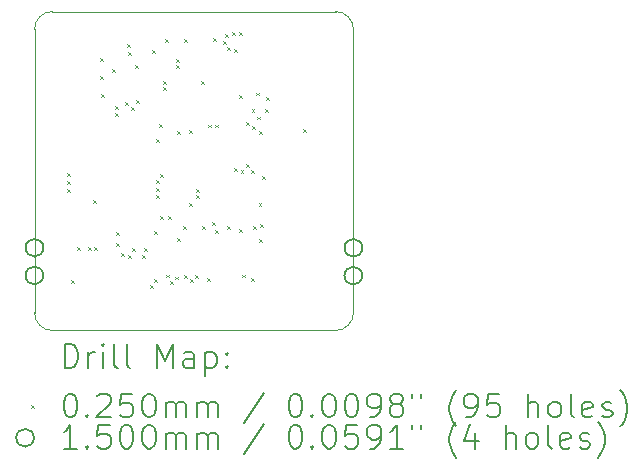
<source format=gbr>
%TF.GenerationSoftware,KiCad,Pcbnew,8.0.3*%
%TF.CreationDate,2024-10-06T18:51:10+08:00*%
%TF.ProjectId,Neko_Wireless_Transmission,4e656b6f-5f57-4697-9265-6c6573735f54,rev?*%
%TF.SameCoordinates,Original*%
%TF.FileFunction,Drillmap*%
%TF.FilePolarity,Positive*%
%FSLAX45Y45*%
G04 Gerber Fmt 4.5, Leading zero omitted, Abs format (unit mm)*
G04 Created by KiCad (PCBNEW 8.0.3) date 2024-10-06 18:51:10*
%MOMM*%
%LPD*%
G01*
G04 APERTURE LIST*
%ADD10C,0.050000*%
%ADD11C,0.100000*%
%ADD12C,0.200000*%
%ADD13C,0.150000*%
G04 APERTURE END LIST*
D10*
X2377066Y-6435066D02*
X2377066Y-8834934D01*
X4926934Y-6285066D02*
X2527066Y-6285066D01*
X5076934Y-8834934D02*
X5076934Y-6435066D01*
X2527066Y-8984934D02*
X4926934Y-8984934D01*
D11*
X5076934Y-8834934D02*
G75*
G02*
X4926934Y-8984934I-150000J0D01*
G01*
X2527066Y-8984934D02*
G75*
G02*
X2377066Y-8834934I0J150000D01*
G01*
X4926934Y-6285066D02*
G75*
G02*
X5076934Y-6435066I0J-150000D01*
G01*
X2377066Y-6435066D02*
G75*
G02*
X2527066Y-6285066I150000J0D01*
G01*
D12*
D11*
X2648500Y-7652500D02*
X2673500Y-7677500D01*
X2673500Y-7652500D02*
X2648500Y-7677500D01*
X2648500Y-7719500D02*
X2673500Y-7744500D01*
X2673500Y-7719500D02*
X2648500Y-7744500D01*
X2648500Y-7786500D02*
X2673500Y-7811500D01*
X2673500Y-7786500D02*
X2648500Y-7811500D01*
X2683500Y-8555500D02*
X2708500Y-8580500D01*
X2708500Y-8555500D02*
X2683500Y-8580500D01*
X2739500Y-8276500D02*
X2764500Y-8301500D01*
X2764500Y-8276500D02*
X2739500Y-8301500D01*
X2826500Y-8279500D02*
X2851500Y-8304500D01*
X2851500Y-8279500D02*
X2826500Y-8304500D01*
X2868500Y-7880500D02*
X2893500Y-7905500D01*
X2893500Y-7880500D02*
X2868500Y-7905500D01*
X2878500Y-8279500D02*
X2903500Y-8304500D01*
X2903500Y-8279500D02*
X2878500Y-8304500D01*
X2931000Y-6680500D02*
X2956000Y-6705500D01*
X2956000Y-6680500D02*
X2931000Y-6705500D01*
X2931500Y-6833500D02*
X2956500Y-6858500D01*
X2956500Y-6833500D02*
X2931500Y-6858500D01*
X2937500Y-6985500D02*
X2962500Y-7010500D01*
X2962500Y-6985500D02*
X2937500Y-7010500D01*
X3032500Y-6775500D02*
X3057500Y-6800500D01*
X3057500Y-6775500D02*
X3032500Y-6800500D01*
X3062500Y-7084500D02*
X3087500Y-7109500D01*
X3087500Y-7084500D02*
X3062500Y-7109500D01*
X3062500Y-7143500D02*
X3087500Y-7168500D01*
X3087500Y-7143500D02*
X3062500Y-7168500D01*
X3063500Y-8148500D02*
X3088500Y-8173500D01*
X3088500Y-8148500D02*
X3063500Y-8173500D01*
X3070500Y-8243500D02*
X3095500Y-8268500D01*
X3095500Y-8243500D02*
X3070500Y-8268500D01*
X3112500Y-8331500D02*
X3137500Y-8356500D01*
X3137500Y-8331500D02*
X3112500Y-8356500D01*
X3144500Y-7048500D02*
X3169500Y-7073500D01*
X3169500Y-7048500D02*
X3144500Y-7073500D01*
X3163500Y-6560500D02*
X3188500Y-6585500D01*
X3188500Y-6560500D02*
X3163500Y-6585500D01*
X3165500Y-6630500D02*
X3190500Y-6655500D01*
X3190500Y-6630500D02*
X3165500Y-6655500D01*
X3172500Y-8343500D02*
X3197500Y-8368500D01*
X3197500Y-8343500D02*
X3172500Y-8368500D01*
X3190500Y-7091500D02*
X3215500Y-7116500D01*
X3215500Y-7091500D02*
X3190500Y-7116500D01*
X3205500Y-8283500D02*
X3230500Y-8308500D01*
X3230500Y-8283500D02*
X3205500Y-8308500D01*
X3231500Y-6735500D02*
X3256500Y-6760500D01*
X3256500Y-6735500D02*
X3231500Y-6760500D01*
X3234500Y-7030500D02*
X3259500Y-7055500D01*
X3259500Y-7030500D02*
X3234500Y-7055500D01*
X3288500Y-8343500D02*
X3313500Y-8368500D01*
X3313500Y-8343500D02*
X3288500Y-8368500D01*
X3301842Y-8285002D02*
X3326842Y-8310002D01*
X3326842Y-8285002D02*
X3301842Y-8310002D01*
X3358128Y-8604245D02*
X3383128Y-8629245D01*
X3383128Y-8604245D02*
X3358128Y-8629245D01*
X3370500Y-6611500D02*
X3395500Y-6636500D01*
X3395500Y-6611500D02*
X3370500Y-6636500D01*
X3386500Y-8144500D02*
X3411500Y-8169500D01*
X3411500Y-8144500D02*
X3386500Y-8169500D01*
X3388500Y-8552500D02*
X3413500Y-8577500D01*
X3413500Y-8552500D02*
X3388500Y-8577500D01*
X3402500Y-7780500D02*
X3427500Y-7805500D01*
X3427500Y-7780500D02*
X3402500Y-7805500D01*
X3403500Y-7841500D02*
X3428500Y-7866500D01*
X3428500Y-7841500D02*
X3403500Y-7866500D01*
X3406500Y-7363500D02*
X3431500Y-7388500D01*
X3431500Y-7363500D02*
X3406500Y-7388500D01*
X3409500Y-7709500D02*
X3434500Y-7734500D01*
X3434500Y-7709500D02*
X3409500Y-7734500D01*
X3428500Y-7240500D02*
X3453500Y-7265500D01*
X3453500Y-7240500D02*
X3428500Y-7265500D01*
X3438009Y-7656705D02*
X3463009Y-7681705D01*
X3463009Y-7656705D02*
X3438009Y-7681705D01*
X3441500Y-8014500D02*
X3466500Y-8039500D01*
X3466500Y-8014500D02*
X3441500Y-8039500D01*
X3466500Y-6875500D02*
X3491500Y-6900500D01*
X3491500Y-6875500D02*
X3466500Y-6900500D01*
X3466500Y-6925500D02*
X3491500Y-6950500D01*
X3491500Y-6925500D02*
X3466500Y-6950500D01*
X3482500Y-6520500D02*
X3507500Y-6545500D01*
X3507500Y-6520500D02*
X3482500Y-6545500D01*
X3491500Y-8511500D02*
X3516500Y-8536500D01*
X3516500Y-8511500D02*
X3491500Y-8536500D01*
X3504500Y-8015500D02*
X3529500Y-8040500D01*
X3529500Y-8015500D02*
X3504500Y-8040500D01*
X3521500Y-8563500D02*
X3546500Y-8588500D01*
X3546500Y-8563500D02*
X3521500Y-8588500D01*
X3563500Y-8528500D02*
X3588500Y-8553500D01*
X3588500Y-8528500D02*
X3563500Y-8553500D01*
X3572500Y-6684500D02*
X3597500Y-6709500D01*
X3597500Y-6684500D02*
X3572500Y-6709500D01*
X3573500Y-6735500D02*
X3598500Y-6760500D01*
X3598500Y-6735500D02*
X3573500Y-6760500D01*
X3580500Y-8205500D02*
X3605500Y-8230500D01*
X3605500Y-8205500D02*
X3580500Y-8230500D01*
X3584500Y-7294500D02*
X3609500Y-7319500D01*
X3609500Y-7294500D02*
X3584500Y-7319500D01*
X3634500Y-8101500D02*
X3659500Y-8126500D01*
X3659500Y-8101500D02*
X3634500Y-8126500D01*
X3640500Y-8513500D02*
X3665500Y-8538500D01*
X3665500Y-8513500D02*
X3640500Y-8538500D01*
X3642500Y-6520500D02*
X3667500Y-6545500D01*
X3667500Y-6520500D02*
X3642500Y-6545500D01*
X3681500Y-7287500D02*
X3706500Y-7312500D01*
X3706500Y-7287500D02*
X3681500Y-7312500D01*
X3685500Y-7908500D02*
X3710500Y-7933500D01*
X3710500Y-7908500D02*
X3685500Y-7933500D01*
X3689657Y-8547903D02*
X3714657Y-8572903D01*
X3714657Y-8547903D02*
X3689657Y-8572903D01*
X3739500Y-8514500D02*
X3764500Y-8539500D01*
X3764500Y-8514500D02*
X3739500Y-8539500D01*
X3741500Y-7841500D02*
X3766500Y-7866500D01*
X3766500Y-7841500D02*
X3741500Y-7866500D01*
X3744500Y-7789500D02*
X3769500Y-7814500D01*
X3769500Y-7789500D02*
X3744500Y-7814500D01*
X3783500Y-6869500D02*
X3808500Y-6894500D01*
X3808500Y-6869500D02*
X3783500Y-6894500D01*
X3792500Y-8103500D02*
X3817500Y-8128500D01*
X3817500Y-8103500D02*
X3792500Y-8128500D01*
X3839500Y-8539500D02*
X3864500Y-8564500D01*
X3864500Y-8539500D02*
X3839500Y-8564500D01*
X3842500Y-7241500D02*
X3867500Y-7266500D01*
X3867500Y-7241500D02*
X3842500Y-7266500D01*
X3882500Y-8069500D02*
X3907500Y-8094500D01*
X3907500Y-8069500D02*
X3882500Y-8094500D01*
X3888500Y-6505500D02*
X3913500Y-6530500D01*
X3913500Y-6505500D02*
X3888500Y-6530500D01*
X3902500Y-7241500D02*
X3927500Y-7266500D01*
X3927500Y-7241500D02*
X3902500Y-7266500D01*
X3903500Y-8132500D02*
X3928500Y-8157500D01*
X3928500Y-8132500D02*
X3903500Y-8157500D01*
X3975512Y-6531920D02*
X4000512Y-6556920D01*
X4000512Y-6531920D02*
X3975512Y-6556920D01*
X3989154Y-6473492D02*
X4014154Y-6498492D01*
X4014154Y-6473492D02*
X3989154Y-6498492D01*
X4005067Y-6584137D02*
X4030067Y-6609137D01*
X4030067Y-6584137D02*
X4005067Y-6609137D01*
X4008500Y-8103500D02*
X4033500Y-8128500D01*
X4033500Y-8103500D02*
X4008500Y-8128500D01*
X4047500Y-6459500D02*
X4072500Y-6484500D01*
X4072500Y-6459500D02*
X4047500Y-6484500D01*
X4062500Y-6601500D02*
X4087500Y-6626500D01*
X4087500Y-6601500D02*
X4062500Y-6626500D01*
X4062500Y-7610500D02*
X4087500Y-7635500D01*
X4087500Y-7610500D02*
X4062500Y-7635500D01*
X4107500Y-6454500D02*
X4132500Y-6479500D01*
X4132500Y-6454500D02*
X4107500Y-6479500D01*
X4109500Y-8127500D02*
X4134500Y-8152500D01*
X4134500Y-8127500D02*
X4109500Y-8152500D01*
X4111000Y-6988000D02*
X4136000Y-7013000D01*
X4136000Y-6988000D02*
X4111000Y-7013000D01*
X4121168Y-7623072D02*
X4146168Y-7648072D01*
X4146168Y-7623072D02*
X4121168Y-7648072D01*
X4137500Y-8511500D02*
X4162500Y-8536500D01*
X4162500Y-8511500D02*
X4137500Y-8536500D01*
X4165500Y-7572500D02*
X4190500Y-7597500D01*
X4190500Y-7572500D02*
X4165500Y-7597500D01*
X4169500Y-7218500D02*
X4194500Y-7243500D01*
X4194500Y-7218500D02*
X4169500Y-7243500D01*
X4209500Y-8538500D02*
X4234500Y-8563500D01*
X4234500Y-8538500D02*
X4209500Y-8563500D01*
X4211500Y-7625500D02*
X4236500Y-7650500D01*
X4236500Y-7625500D02*
X4211500Y-7650500D01*
X4214500Y-7109500D02*
X4239500Y-7134500D01*
X4239500Y-7109500D02*
X4214500Y-7134500D01*
X4219500Y-7253500D02*
X4244500Y-7278500D01*
X4244500Y-7253500D02*
X4219500Y-7278500D01*
X4229500Y-8101500D02*
X4254500Y-8126500D01*
X4254500Y-8101500D02*
X4229500Y-8126500D01*
X4248500Y-6970500D02*
X4273500Y-6995500D01*
X4273500Y-6970500D02*
X4248500Y-6995500D01*
X4264500Y-7173500D02*
X4289500Y-7198500D01*
X4289500Y-7173500D02*
X4264500Y-7198500D01*
X4273500Y-7905500D02*
X4298500Y-7930500D01*
X4298500Y-7905500D02*
X4273500Y-7930500D01*
X4274500Y-7298500D02*
X4299500Y-7323500D01*
X4299500Y-7298500D02*
X4274500Y-7323500D01*
X4274500Y-8208500D02*
X4299500Y-8233500D01*
X4299500Y-8208500D02*
X4274500Y-8233500D01*
X4288500Y-8080500D02*
X4313500Y-8105500D01*
X4313500Y-8080500D02*
X4288500Y-8105500D01*
X4299500Y-7675500D02*
X4324500Y-7700500D01*
X4324500Y-7675500D02*
X4299500Y-7700500D01*
X4330500Y-7106500D02*
X4355500Y-7131500D01*
X4355500Y-7106500D02*
X4330500Y-7131500D01*
X4334500Y-7009500D02*
X4359500Y-7034500D01*
X4359500Y-7009500D02*
X4334500Y-7034500D01*
X4646500Y-7283500D02*
X4671500Y-7308500D01*
X4671500Y-7283500D02*
X4646500Y-7308500D01*
D13*
X2451000Y-8519000D02*
G75*
G02*
X2301000Y-8519000I-75000J0D01*
G01*
X2301000Y-8519000D02*
G75*
G02*
X2451000Y-8519000I75000J0D01*
G01*
X2452000Y-8284000D02*
G75*
G02*
X2302000Y-8284000I-75000J0D01*
G01*
X2302000Y-8284000D02*
G75*
G02*
X2452000Y-8284000I75000J0D01*
G01*
X5151000Y-8521000D02*
G75*
G02*
X5001000Y-8521000I-75000J0D01*
G01*
X5001000Y-8521000D02*
G75*
G02*
X5151000Y-8521000I75000J0D01*
G01*
X5152000Y-8286000D02*
G75*
G02*
X5002000Y-8286000I-75000J0D01*
G01*
X5002000Y-8286000D02*
G75*
G02*
X5152000Y-8286000I75000J0D01*
G01*
D12*
X2632843Y-9301418D02*
X2632843Y-9101418D01*
X2632843Y-9101418D02*
X2680462Y-9101418D01*
X2680462Y-9101418D02*
X2709033Y-9110942D01*
X2709033Y-9110942D02*
X2728081Y-9129989D01*
X2728081Y-9129989D02*
X2737605Y-9149037D01*
X2737605Y-9149037D02*
X2747129Y-9187132D01*
X2747129Y-9187132D02*
X2747129Y-9215704D01*
X2747129Y-9215704D02*
X2737605Y-9253799D01*
X2737605Y-9253799D02*
X2728081Y-9272846D01*
X2728081Y-9272846D02*
X2709033Y-9291894D01*
X2709033Y-9291894D02*
X2680462Y-9301418D01*
X2680462Y-9301418D02*
X2632843Y-9301418D01*
X2832843Y-9301418D02*
X2832843Y-9168084D01*
X2832843Y-9206180D02*
X2842367Y-9187132D01*
X2842367Y-9187132D02*
X2851890Y-9177608D01*
X2851890Y-9177608D02*
X2870938Y-9168084D01*
X2870938Y-9168084D02*
X2889986Y-9168084D01*
X2956652Y-9301418D02*
X2956652Y-9168084D01*
X2956652Y-9101418D02*
X2947128Y-9110942D01*
X2947128Y-9110942D02*
X2956652Y-9120465D01*
X2956652Y-9120465D02*
X2966176Y-9110942D01*
X2966176Y-9110942D02*
X2956652Y-9101418D01*
X2956652Y-9101418D02*
X2956652Y-9120465D01*
X3080462Y-9301418D02*
X3061414Y-9291894D01*
X3061414Y-9291894D02*
X3051890Y-9272846D01*
X3051890Y-9272846D02*
X3051890Y-9101418D01*
X3185224Y-9301418D02*
X3166176Y-9291894D01*
X3166176Y-9291894D02*
X3156652Y-9272846D01*
X3156652Y-9272846D02*
X3156652Y-9101418D01*
X3413795Y-9301418D02*
X3413795Y-9101418D01*
X3413795Y-9101418D02*
X3480462Y-9244275D01*
X3480462Y-9244275D02*
X3547128Y-9101418D01*
X3547128Y-9101418D02*
X3547128Y-9301418D01*
X3728081Y-9301418D02*
X3728081Y-9196656D01*
X3728081Y-9196656D02*
X3718557Y-9177608D01*
X3718557Y-9177608D02*
X3699509Y-9168084D01*
X3699509Y-9168084D02*
X3661414Y-9168084D01*
X3661414Y-9168084D02*
X3642367Y-9177608D01*
X3728081Y-9291894D02*
X3709033Y-9301418D01*
X3709033Y-9301418D02*
X3661414Y-9301418D01*
X3661414Y-9301418D02*
X3642367Y-9291894D01*
X3642367Y-9291894D02*
X3632843Y-9272846D01*
X3632843Y-9272846D02*
X3632843Y-9253799D01*
X3632843Y-9253799D02*
X3642367Y-9234751D01*
X3642367Y-9234751D02*
X3661414Y-9225227D01*
X3661414Y-9225227D02*
X3709033Y-9225227D01*
X3709033Y-9225227D02*
X3728081Y-9215704D01*
X3823319Y-9168084D02*
X3823319Y-9368084D01*
X3823319Y-9177608D02*
X3842367Y-9168084D01*
X3842367Y-9168084D02*
X3880462Y-9168084D01*
X3880462Y-9168084D02*
X3899509Y-9177608D01*
X3899509Y-9177608D02*
X3909033Y-9187132D01*
X3909033Y-9187132D02*
X3918557Y-9206180D01*
X3918557Y-9206180D02*
X3918557Y-9263323D01*
X3918557Y-9263323D02*
X3909033Y-9282370D01*
X3909033Y-9282370D02*
X3899509Y-9291894D01*
X3899509Y-9291894D02*
X3880462Y-9301418D01*
X3880462Y-9301418D02*
X3842367Y-9301418D01*
X3842367Y-9301418D02*
X3823319Y-9291894D01*
X4004271Y-9282370D02*
X4013795Y-9291894D01*
X4013795Y-9291894D02*
X4004271Y-9301418D01*
X4004271Y-9301418D02*
X3994748Y-9291894D01*
X3994748Y-9291894D02*
X4004271Y-9282370D01*
X4004271Y-9282370D02*
X4004271Y-9301418D01*
X4004271Y-9177608D02*
X4013795Y-9187132D01*
X4013795Y-9187132D02*
X4004271Y-9196656D01*
X4004271Y-9196656D02*
X3994748Y-9187132D01*
X3994748Y-9187132D02*
X4004271Y-9177608D01*
X4004271Y-9177608D02*
X4004271Y-9196656D01*
D11*
X2347066Y-9617434D02*
X2372066Y-9642434D01*
X2372066Y-9617434D02*
X2347066Y-9642434D01*
D12*
X2670938Y-9521418D02*
X2689986Y-9521418D01*
X2689986Y-9521418D02*
X2709033Y-9530942D01*
X2709033Y-9530942D02*
X2718557Y-9540465D01*
X2718557Y-9540465D02*
X2728081Y-9559513D01*
X2728081Y-9559513D02*
X2737605Y-9597608D01*
X2737605Y-9597608D02*
X2737605Y-9645227D01*
X2737605Y-9645227D02*
X2728081Y-9683323D01*
X2728081Y-9683323D02*
X2718557Y-9702370D01*
X2718557Y-9702370D02*
X2709033Y-9711894D01*
X2709033Y-9711894D02*
X2689986Y-9721418D01*
X2689986Y-9721418D02*
X2670938Y-9721418D01*
X2670938Y-9721418D02*
X2651890Y-9711894D01*
X2651890Y-9711894D02*
X2642367Y-9702370D01*
X2642367Y-9702370D02*
X2632843Y-9683323D01*
X2632843Y-9683323D02*
X2623319Y-9645227D01*
X2623319Y-9645227D02*
X2623319Y-9597608D01*
X2623319Y-9597608D02*
X2632843Y-9559513D01*
X2632843Y-9559513D02*
X2642367Y-9540465D01*
X2642367Y-9540465D02*
X2651890Y-9530942D01*
X2651890Y-9530942D02*
X2670938Y-9521418D01*
X2823319Y-9702370D02*
X2832843Y-9711894D01*
X2832843Y-9711894D02*
X2823319Y-9721418D01*
X2823319Y-9721418D02*
X2813795Y-9711894D01*
X2813795Y-9711894D02*
X2823319Y-9702370D01*
X2823319Y-9702370D02*
X2823319Y-9721418D01*
X2909033Y-9540465D02*
X2918557Y-9530942D01*
X2918557Y-9530942D02*
X2937605Y-9521418D01*
X2937605Y-9521418D02*
X2985224Y-9521418D01*
X2985224Y-9521418D02*
X3004271Y-9530942D01*
X3004271Y-9530942D02*
X3013795Y-9540465D01*
X3013795Y-9540465D02*
X3023319Y-9559513D01*
X3023319Y-9559513D02*
X3023319Y-9578561D01*
X3023319Y-9578561D02*
X3013795Y-9607132D01*
X3013795Y-9607132D02*
X2899509Y-9721418D01*
X2899509Y-9721418D02*
X3023319Y-9721418D01*
X3204271Y-9521418D02*
X3109033Y-9521418D01*
X3109033Y-9521418D02*
X3099509Y-9616656D01*
X3099509Y-9616656D02*
X3109033Y-9607132D01*
X3109033Y-9607132D02*
X3128081Y-9597608D01*
X3128081Y-9597608D02*
X3175700Y-9597608D01*
X3175700Y-9597608D02*
X3194748Y-9607132D01*
X3194748Y-9607132D02*
X3204271Y-9616656D01*
X3204271Y-9616656D02*
X3213795Y-9635704D01*
X3213795Y-9635704D02*
X3213795Y-9683323D01*
X3213795Y-9683323D02*
X3204271Y-9702370D01*
X3204271Y-9702370D02*
X3194748Y-9711894D01*
X3194748Y-9711894D02*
X3175700Y-9721418D01*
X3175700Y-9721418D02*
X3128081Y-9721418D01*
X3128081Y-9721418D02*
X3109033Y-9711894D01*
X3109033Y-9711894D02*
X3099509Y-9702370D01*
X3337605Y-9521418D02*
X3356652Y-9521418D01*
X3356652Y-9521418D02*
X3375700Y-9530942D01*
X3375700Y-9530942D02*
X3385224Y-9540465D01*
X3385224Y-9540465D02*
X3394748Y-9559513D01*
X3394748Y-9559513D02*
X3404271Y-9597608D01*
X3404271Y-9597608D02*
X3404271Y-9645227D01*
X3404271Y-9645227D02*
X3394748Y-9683323D01*
X3394748Y-9683323D02*
X3385224Y-9702370D01*
X3385224Y-9702370D02*
X3375700Y-9711894D01*
X3375700Y-9711894D02*
X3356652Y-9721418D01*
X3356652Y-9721418D02*
X3337605Y-9721418D01*
X3337605Y-9721418D02*
X3318557Y-9711894D01*
X3318557Y-9711894D02*
X3309033Y-9702370D01*
X3309033Y-9702370D02*
X3299509Y-9683323D01*
X3299509Y-9683323D02*
X3289986Y-9645227D01*
X3289986Y-9645227D02*
X3289986Y-9597608D01*
X3289986Y-9597608D02*
X3299509Y-9559513D01*
X3299509Y-9559513D02*
X3309033Y-9540465D01*
X3309033Y-9540465D02*
X3318557Y-9530942D01*
X3318557Y-9530942D02*
X3337605Y-9521418D01*
X3489986Y-9721418D02*
X3489986Y-9588084D01*
X3489986Y-9607132D02*
X3499509Y-9597608D01*
X3499509Y-9597608D02*
X3518557Y-9588084D01*
X3518557Y-9588084D02*
X3547129Y-9588084D01*
X3547129Y-9588084D02*
X3566176Y-9597608D01*
X3566176Y-9597608D02*
X3575700Y-9616656D01*
X3575700Y-9616656D02*
X3575700Y-9721418D01*
X3575700Y-9616656D02*
X3585224Y-9597608D01*
X3585224Y-9597608D02*
X3604271Y-9588084D01*
X3604271Y-9588084D02*
X3632843Y-9588084D01*
X3632843Y-9588084D02*
X3651890Y-9597608D01*
X3651890Y-9597608D02*
X3661414Y-9616656D01*
X3661414Y-9616656D02*
X3661414Y-9721418D01*
X3756652Y-9721418D02*
X3756652Y-9588084D01*
X3756652Y-9607132D02*
X3766176Y-9597608D01*
X3766176Y-9597608D02*
X3785224Y-9588084D01*
X3785224Y-9588084D02*
X3813795Y-9588084D01*
X3813795Y-9588084D02*
X3832843Y-9597608D01*
X3832843Y-9597608D02*
X3842367Y-9616656D01*
X3842367Y-9616656D02*
X3842367Y-9721418D01*
X3842367Y-9616656D02*
X3851890Y-9597608D01*
X3851890Y-9597608D02*
X3870938Y-9588084D01*
X3870938Y-9588084D02*
X3899509Y-9588084D01*
X3899509Y-9588084D02*
X3918557Y-9597608D01*
X3918557Y-9597608D02*
X3928081Y-9616656D01*
X3928081Y-9616656D02*
X3928081Y-9721418D01*
X4318557Y-9511894D02*
X4147129Y-9769037D01*
X4575700Y-9521418D02*
X4594748Y-9521418D01*
X4594748Y-9521418D02*
X4613795Y-9530942D01*
X4613795Y-9530942D02*
X4623319Y-9540465D01*
X4623319Y-9540465D02*
X4632843Y-9559513D01*
X4632843Y-9559513D02*
X4642367Y-9597608D01*
X4642367Y-9597608D02*
X4642367Y-9645227D01*
X4642367Y-9645227D02*
X4632843Y-9683323D01*
X4632843Y-9683323D02*
X4623319Y-9702370D01*
X4623319Y-9702370D02*
X4613795Y-9711894D01*
X4613795Y-9711894D02*
X4594748Y-9721418D01*
X4594748Y-9721418D02*
X4575700Y-9721418D01*
X4575700Y-9721418D02*
X4556653Y-9711894D01*
X4556653Y-9711894D02*
X4547129Y-9702370D01*
X4547129Y-9702370D02*
X4537605Y-9683323D01*
X4537605Y-9683323D02*
X4528081Y-9645227D01*
X4528081Y-9645227D02*
X4528081Y-9597608D01*
X4528081Y-9597608D02*
X4537605Y-9559513D01*
X4537605Y-9559513D02*
X4547129Y-9540465D01*
X4547129Y-9540465D02*
X4556653Y-9530942D01*
X4556653Y-9530942D02*
X4575700Y-9521418D01*
X4728081Y-9702370D02*
X4737605Y-9711894D01*
X4737605Y-9711894D02*
X4728081Y-9721418D01*
X4728081Y-9721418D02*
X4718557Y-9711894D01*
X4718557Y-9711894D02*
X4728081Y-9702370D01*
X4728081Y-9702370D02*
X4728081Y-9721418D01*
X4861414Y-9521418D02*
X4880462Y-9521418D01*
X4880462Y-9521418D02*
X4899510Y-9530942D01*
X4899510Y-9530942D02*
X4909034Y-9540465D01*
X4909034Y-9540465D02*
X4918557Y-9559513D01*
X4918557Y-9559513D02*
X4928081Y-9597608D01*
X4928081Y-9597608D02*
X4928081Y-9645227D01*
X4928081Y-9645227D02*
X4918557Y-9683323D01*
X4918557Y-9683323D02*
X4909034Y-9702370D01*
X4909034Y-9702370D02*
X4899510Y-9711894D01*
X4899510Y-9711894D02*
X4880462Y-9721418D01*
X4880462Y-9721418D02*
X4861414Y-9721418D01*
X4861414Y-9721418D02*
X4842367Y-9711894D01*
X4842367Y-9711894D02*
X4832843Y-9702370D01*
X4832843Y-9702370D02*
X4823319Y-9683323D01*
X4823319Y-9683323D02*
X4813795Y-9645227D01*
X4813795Y-9645227D02*
X4813795Y-9597608D01*
X4813795Y-9597608D02*
X4823319Y-9559513D01*
X4823319Y-9559513D02*
X4832843Y-9540465D01*
X4832843Y-9540465D02*
X4842367Y-9530942D01*
X4842367Y-9530942D02*
X4861414Y-9521418D01*
X5051891Y-9521418D02*
X5070938Y-9521418D01*
X5070938Y-9521418D02*
X5089986Y-9530942D01*
X5089986Y-9530942D02*
X5099510Y-9540465D01*
X5099510Y-9540465D02*
X5109034Y-9559513D01*
X5109034Y-9559513D02*
X5118557Y-9597608D01*
X5118557Y-9597608D02*
X5118557Y-9645227D01*
X5118557Y-9645227D02*
X5109034Y-9683323D01*
X5109034Y-9683323D02*
X5099510Y-9702370D01*
X5099510Y-9702370D02*
X5089986Y-9711894D01*
X5089986Y-9711894D02*
X5070938Y-9721418D01*
X5070938Y-9721418D02*
X5051891Y-9721418D01*
X5051891Y-9721418D02*
X5032843Y-9711894D01*
X5032843Y-9711894D02*
X5023319Y-9702370D01*
X5023319Y-9702370D02*
X5013795Y-9683323D01*
X5013795Y-9683323D02*
X5004272Y-9645227D01*
X5004272Y-9645227D02*
X5004272Y-9597608D01*
X5004272Y-9597608D02*
X5013795Y-9559513D01*
X5013795Y-9559513D02*
X5023319Y-9540465D01*
X5023319Y-9540465D02*
X5032843Y-9530942D01*
X5032843Y-9530942D02*
X5051891Y-9521418D01*
X5213795Y-9721418D02*
X5251891Y-9721418D01*
X5251891Y-9721418D02*
X5270938Y-9711894D01*
X5270938Y-9711894D02*
X5280462Y-9702370D01*
X5280462Y-9702370D02*
X5299510Y-9673799D01*
X5299510Y-9673799D02*
X5309034Y-9635704D01*
X5309034Y-9635704D02*
X5309034Y-9559513D01*
X5309034Y-9559513D02*
X5299510Y-9540465D01*
X5299510Y-9540465D02*
X5289986Y-9530942D01*
X5289986Y-9530942D02*
X5270938Y-9521418D01*
X5270938Y-9521418D02*
X5232843Y-9521418D01*
X5232843Y-9521418D02*
X5213795Y-9530942D01*
X5213795Y-9530942D02*
X5204272Y-9540465D01*
X5204272Y-9540465D02*
X5194748Y-9559513D01*
X5194748Y-9559513D02*
X5194748Y-9607132D01*
X5194748Y-9607132D02*
X5204272Y-9626180D01*
X5204272Y-9626180D02*
X5213795Y-9635704D01*
X5213795Y-9635704D02*
X5232843Y-9645227D01*
X5232843Y-9645227D02*
X5270938Y-9645227D01*
X5270938Y-9645227D02*
X5289986Y-9635704D01*
X5289986Y-9635704D02*
X5299510Y-9626180D01*
X5299510Y-9626180D02*
X5309034Y-9607132D01*
X5423319Y-9607132D02*
X5404272Y-9597608D01*
X5404272Y-9597608D02*
X5394748Y-9588084D01*
X5394748Y-9588084D02*
X5385224Y-9569037D01*
X5385224Y-9569037D02*
X5385224Y-9559513D01*
X5385224Y-9559513D02*
X5394748Y-9540465D01*
X5394748Y-9540465D02*
X5404272Y-9530942D01*
X5404272Y-9530942D02*
X5423319Y-9521418D01*
X5423319Y-9521418D02*
X5461415Y-9521418D01*
X5461415Y-9521418D02*
X5480462Y-9530942D01*
X5480462Y-9530942D02*
X5489986Y-9540465D01*
X5489986Y-9540465D02*
X5499510Y-9559513D01*
X5499510Y-9559513D02*
X5499510Y-9569037D01*
X5499510Y-9569037D02*
X5489986Y-9588084D01*
X5489986Y-9588084D02*
X5480462Y-9597608D01*
X5480462Y-9597608D02*
X5461415Y-9607132D01*
X5461415Y-9607132D02*
X5423319Y-9607132D01*
X5423319Y-9607132D02*
X5404272Y-9616656D01*
X5404272Y-9616656D02*
X5394748Y-9626180D01*
X5394748Y-9626180D02*
X5385224Y-9645227D01*
X5385224Y-9645227D02*
X5385224Y-9683323D01*
X5385224Y-9683323D02*
X5394748Y-9702370D01*
X5394748Y-9702370D02*
X5404272Y-9711894D01*
X5404272Y-9711894D02*
X5423319Y-9721418D01*
X5423319Y-9721418D02*
X5461415Y-9721418D01*
X5461415Y-9721418D02*
X5480462Y-9711894D01*
X5480462Y-9711894D02*
X5489986Y-9702370D01*
X5489986Y-9702370D02*
X5499510Y-9683323D01*
X5499510Y-9683323D02*
X5499510Y-9645227D01*
X5499510Y-9645227D02*
X5489986Y-9626180D01*
X5489986Y-9626180D02*
X5480462Y-9616656D01*
X5480462Y-9616656D02*
X5461415Y-9607132D01*
X5575700Y-9521418D02*
X5575700Y-9559513D01*
X5651891Y-9521418D02*
X5651891Y-9559513D01*
X5947129Y-9797608D02*
X5937605Y-9788084D01*
X5937605Y-9788084D02*
X5918557Y-9759513D01*
X5918557Y-9759513D02*
X5909034Y-9740465D01*
X5909034Y-9740465D02*
X5899510Y-9711894D01*
X5899510Y-9711894D02*
X5889986Y-9664275D01*
X5889986Y-9664275D02*
X5889986Y-9626180D01*
X5889986Y-9626180D02*
X5899510Y-9578561D01*
X5899510Y-9578561D02*
X5909034Y-9549989D01*
X5909034Y-9549989D02*
X5918557Y-9530942D01*
X5918557Y-9530942D02*
X5937605Y-9502370D01*
X5937605Y-9502370D02*
X5947129Y-9492846D01*
X6032843Y-9721418D02*
X6070938Y-9721418D01*
X6070938Y-9721418D02*
X6089986Y-9711894D01*
X6089986Y-9711894D02*
X6099510Y-9702370D01*
X6099510Y-9702370D02*
X6118557Y-9673799D01*
X6118557Y-9673799D02*
X6128081Y-9635704D01*
X6128081Y-9635704D02*
X6128081Y-9559513D01*
X6128081Y-9559513D02*
X6118557Y-9540465D01*
X6118557Y-9540465D02*
X6109034Y-9530942D01*
X6109034Y-9530942D02*
X6089986Y-9521418D01*
X6089986Y-9521418D02*
X6051891Y-9521418D01*
X6051891Y-9521418D02*
X6032843Y-9530942D01*
X6032843Y-9530942D02*
X6023319Y-9540465D01*
X6023319Y-9540465D02*
X6013795Y-9559513D01*
X6013795Y-9559513D02*
X6013795Y-9607132D01*
X6013795Y-9607132D02*
X6023319Y-9626180D01*
X6023319Y-9626180D02*
X6032843Y-9635704D01*
X6032843Y-9635704D02*
X6051891Y-9645227D01*
X6051891Y-9645227D02*
X6089986Y-9645227D01*
X6089986Y-9645227D02*
X6109034Y-9635704D01*
X6109034Y-9635704D02*
X6118557Y-9626180D01*
X6118557Y-9626180D02*
X6128081Y-9607132D01*
X6309034Y-9521418D02*
X6213795Y-9521418D01*
X6213795Y-9521418D02*
X6204272Y-9616656D01*
X6204272Y-9616656D02*
X6213795Y-9607132D01*
X6213795Y-9607132D02*
X6232843Y-9597608D01*
X6232843Y-9597608D02*
X6280462Y-9597608D01*
X6280462Y-9597608D02*
X6299510Y-9607132D01*
X6299510Y-9607132D02*
X6309034Y-9616656D01*
X6309034Y-9616656D02*
X6318557Y-9635704D01*
X6318557Y-9635704D02*
X6318557Y-9683323D01*
X6318557Y-9683323D02*
X6309034Y-9702370D01*
X6309034Y-9702370D02*
X6299510Y-9711894D01*
X6299510Y-9711894D02*
X6280462Y-9721418D01*
X6280462Y-9721418D02*
X6232843Y-9721418D01*
X6232843Y-9721418D02*
X6213795Y-9711894D01*
X6213795Y-9711894D02*
X6204272Y-9702370D01*
X6556653Y-9721418D02*
X6556653Y-9521418D01*
X6642367Y-9721418D02*
X6642367Y-9616656D01*
X6642367Y-9616656D02*
X6632843Y-9597608D01*
X6632843Y-9597608D02*
X6613796Y-9588084D01*
X6613796Y-9588084D02*
X6585224Y-9588084D01*
X6585224Y-9588084D02*
X6566176Y-9597608D01*
X6566176Y-9597608D02*
X6556653Y-9607132D01*
X6766176Y-9721418D02*
X6747129Y-9711894D01*
X6747129Y-9711894D02*
X6737605Y-9702370D01*
X6737605Y-9702370D02*
X6728081Y-9683323D01*
X6728081Y-9683323D02*
X6728081Y-9626180D01*
X6728081Y-9626180D02*
X6737605Y-9607132D01*
X6737605Y-9607132D02*
X6747129Y-9597608D01*
X6747129Y-9597608D02*
X6766176Y-9588084D01*
X6766176Y-9588084D02*
X6794748Y-9588084D01*
X6794748Y-9588084D02*
X6813796Y-9597608D01*
X6813796Y-9597608D02*
X6823319Y-9607132D01*
X6823319Y-9607132D02*
X6832843Y-9626180D01*
X6832843Y-9626180D02*
X6832843Y-9683323D01*
X6832843Y-9683323D02*
X6823319Y-9702370D01*
X6823319Y-9702370D02*
X6813796Y-9711894D01*
X6813796Y-9711894D02*
X6794748Y-9721418D01*
X6794748Y-9721418D02*
X6766176Y-9721418D01*
X6947129Y-9721418D02*
X6928081Y-9711894D01*
X6928081Y-9711894D02*
X6918557Y-9692846D01*
X6918557Y-9692846D02*
X6918557Y-9521418D01*
X7099510Y-9711894D02*
X7080462Y-9721418D01*
X7080462Y-9721418D02*
X7042367Y-9721418D01*
X7042367Y-9721418D02*
X7023319Y-9711894D01*
X7023319Y-9711894D02*
X7013796Y-9692846D01*
X7013796Y-9692846D02*
X7013796Y-9616656D01*
X7013796Y-9616656D02*
X7023319Y-9597608D01*
X7023319Y-9597608D02*
X7042367Y-9588084D01*
X7042367Y-9588084D02*
X7080462Y-9588084D01*
X7080462Y-9588084D02*
X7099510Y-9597608D01*
X7099510Y-9597608D02*
X7109034Y-9616656D01*
X7109034Y-9616656D02*
X7109034Y-9635704D01*
X7109034Y-9635704D02*
X7013796Y-9654751D01*
X7185224Y-9711894D02*
X7204272Y-9721418D01*
X7204272Y-9721418D02*
X7242367Y-9721418D01*
X7242367Y-9721418D02*
X7261415Y-9711894D01*
X7261415Y-9711894D02*
X7270938Y-9692846D01*
X7270938Y-9692846D02*
X7270938Y-9683323D01*
X7270938Y-9683323D02*
X7261415Y-9664275D01*
X7261415Y-9664275D02*
X7242367Y-9654751D01*
X7242367Y-9654751D02*
X7213796Y-9654751D01*
X7213796Y-9654751D02*
X7194748Y-9645227D01*
X7194748Y-9645227D02*
X7185224Y-9626180D01*
X7185224Y-9626180D02*
X7185224Y-9616656D01*
X7185224Y-9616656D02*
X7194748Y-9597608D01*
X7194748Y-9597608D02*
X7213796Y-9588084D01*
X7213796Y-9588084D02*
X7242367Y-9588084D01*
X7242367Y-9588084D02*
X7261415Y-9597608D01*
X7337605Y-9797608D02*
X7347129Y-9788084D01*
X7347129Y-9788084D02*
X7366177Y-9759513D01*
X7366177Y-9759513D02*
X7375700Y-9740465D01*
X7375700Y-9740465D02*
X7385224Y-9711894D01*
X7385224Y-9711894D02*
X7394748Y-9664275D01*
X7394748Y-9664275D02*
X7394748Y-9626180D01*
X7394748Y-9626180D02*
X7385224Y-9578561D01*
X7385224Y-9578561D02*
X7375700Y-9549989D01*
X7375700Y-9549989D02*
X7366177Y-9530942D01*
X7366177Y-9530942D02*
X7347129Y-9502370D01*
X7347129Y-9502370D02*
X7337605Y-9492846D01*
D13*
X2372066Y-9893934D02*
G75*
G02*
X2222066Y-9893934I-75000J0D01*
G01*
X2222066Y-9893934D02*
G75*
G02*
X2372066Y-9893934I75000J0D01*
G01*
D12*
X2737605Y-9985418D02*
X2623319Y-9985418D01*
X2680462Y-9985418D02*
X2680462Y-9785418D01*
X2680462Y-9785418D02*
X2661414Y-9813989D01*
X2661414Y-9813989D02*
X2642367Y-9833037D01*
X2642367Y-9833037D02*
X2623319Y-9842561D01*
X2823319Y-9966370D02*
X2832843Y-9975894D01*
X2832843Y-9975894D02*
X2823319Y-9985418D01*
X2823319Y-9985418D02*
X2813795Y-9975894D01*
X2813795Y-9975894D02*
X2823319Y-9966370D01*
X2823319Y-9966370D02*
X2823319Y-9985418D01*
X3013795Y-9785418D02*
X2918557Y-9785418D01*
X2918557Y-9785418D02*
X2909033Y-9880656D01*
X2909033Y-9880656D02*
X2918557Y-9871132D01*
X2918557Y-9871132D02*
X2937605Y-9861608D01*
X2937605Y-9861608D02*
X2985224Y-9861608D01*
X2985224Y-9861608D02*
X3004271Y-9871132D01*
X3004271Y-9871132D02*
X3013795Y-9880656D01*
X3013795Y-9880656D02*
X3023319Y-9899704D01*
X3023319Y-9899704D02*
X3023319Y-9947323D01*
X3023319Y-9947323D02*
X3013795Y-9966370D01*
X3013795Y-9966370D02*
X3004271Y-9975894D01*
X3004271Y-9975894D02*
X2985224Y-9985418D01*
X2985224Y-9985418D02*
X2937605Y-9985418D01*
X2937605Y-9985418D02*
X2918557Y-9975894D01*
X2918557Y-9975894D02*
X2909033Y-9966370D01*
X3147128Y-9785418D02*
X3166176Y-9785418D01*
X3166176Y-9785418D02*
X3185224Y-9794942D01*
X3185224Y-9794942D02*
X3194748Y-9804465D01*
X3194748Y-9804465D02*
X3204271Y-9823513D01*
X3204271Y-9823513D02*
X3213795Y-9861608D01*
X3213795Y-9861608D02*
X3213795Y-9909227D01*
X3213795Y-9909227D02*
X3204271Y-9947323D01*
X3204271Y-9947323D02*
X3194748Y-9966370D01*
X3194748Y-9966370D02*
X3185224Y-9975894D01*
X3185224Y-9975894D02*
X3166176Y-9985418D01*
X3166176Y-9985418D02*
X3147128Y-9985418D01*
X3147128Y-9985418D02*
X3128081Y-9975894D01*
X3128081Y-9975894D02*
X3118557Y-9966370D01*
X3118557Y-9966370D02*
X3109033Y-9947323D01*
X3109033Y-9947323D02*
X3099509Y-9909227D01*
X3099509Y-9909227D02*
X3099509Y-9861608D01*
X3099509Y-9861608D02*
X3109033Y-9823513D01*
X3109033Y-9823513D02*
X3118557Y-9804465D01*
X3118557Y-9804465D02*
X3128081Y-9794942D01*
X3128081Y-9794942D02*
X3147128Y-9785418D01*
X3337605Y-9785418D02*
X3356652Y-9785418D01*
X3356652Y-9785418D02*
X3375700Y-9794942D01*
X3375700Y-9794942D02*
X3385224Y-9804465D01*
X3385224Y-9804465D02*
X3394748Y-9823513D01*
X3394748Y-9823513D02*
X3404271Y-9861608D01*
X3404271Y-9861608D02*
X3404271Y-9909227D01*
X3404271Y-9909227D02*
X3394748Y-9947323D01*
X3394748Y-9947323D02*
X3385224Y-9966370D01*
X3385224Y-9966370D02*
X3375700Y-9975894D01*
X3375700Y-9975894D02*
X3356652Y-9985418D01*
X3356652Y-9985418D02*
X3337605Y-9985418D01*
X3337605Y-9985418D02*
X3318557Y-9975894D01*
X3318557Y-9975894D02*
X3309033Y-9966370D01*
X3309033Y-9966370D02*
X3299509Y-9947323D01*
X3299509Y-9947323D02*
X3289986Y-9909227D01*
X3289986Y-9909227D02*
X3289986Y-9861608D01*
X3289986Y-9861608D02*
X3299509Y-9823513D01*
X3299509Y-9823513D02*
X3309033Y-9804465D01*
X3309033Y-9804465D02*
X3318557Y-9794942D01*
X3318557Y-9794942D02*
X3337605Y-9785418D01*
X3489986Y-9985418D02*
X3489986Y-9852084D01*
X3489986Y-9871132D02*
X3499509Y-9861608D01*
X3499509Y-9861608D02*
X3518557Y-9852084D01*
X3518557Y-9852084D02*
X3547129Y-9852084D01*
X3547129Y-9852084D02*
X3566176Y-9861608D01*
X3566176Y-9861608D02*
X3575700Y-9880656D01*
X3575700Y-9880656D02*
X3575700Y-9985418D01*
X3575700Y-9880656D02*
X3585224Y-9861608D01*
X3585224Y-9861608D02*
X3604271Y-9852084D01*
X3604271Y-9852084D02*
X3632843Y-9852084D01*
X3632843Y-9852084D02*
X3651890Y-9861608D01*
X3651890Y-9861608D02*
X3661414Y-9880656D01*
X3661414Y-9880656D02*
X3661414Y-9985418D01*
X3756652Y-9985418D02*
X3756652Y-9852084D01*
X3756652Y-9871132D02*
X3766176Y-9861608D01*
X3766176Y-9861608D02*
X3785224Y-9852084D01*
X3785224Y-9852084D02*
X3813795Y-9852084D01*
X3813795Y-9852084D02*
X3832843Y-9861608D01*
X3832843Y-9861608D02*
X3842367Y-9880656D01*
X3842367Y-9880656D02*
X3842367Y-9985418D01*
X3842367Y-9880656D02*
X3851890Y-9861608D01*
X3851890Y-9861608D02*
X3870938Y-9852084D01*
X3870938Y-9852084D02*
X3899509Y-9852084D01*
X3899509Y-9852084D02*
X3918557Y-9861608D01*
X3918557Y-9861608D02*
X3928081Y-9880656D01*
X3928081Y-9880656D02*
X3928081Y-9985418D01*
X4318557Y-9775894D02*
X4147129Y-10033037D01*
X4575700Y-9785418D02*
X4594748Y-9785418D01*
X4594748Y-9785418D02*
X4613795Y-9794942D01*
X4613795Y-9794942D02*
X4623319Y-9804465D01*
X4623319Y-9804465D02*
X4632843Y-9823513D01*
X4632843Y-9823513D02*
X4642367Y-9861608D01*
X4642367Y-9861608D02*
X4642367Y-9909227D01*
X4642367Y-9909227D02*
X4632843Y-9947323D01*
X4632843Y-9947323D02*
X4623319Y-9966370D01*
X4623319Y-9966370D02*
X4613795Y-9975894D01*
X4613795Y-9975894D02*
X4594748Y-9985418D01*
X4594748Y-9985418D02*
X4575700Y-9985418D01*
X4575700Y-9985418D02*
X4556653Y-9975894D01*
X4556653Y-9975894D02*
X4547129Y-9966370D01*
X4547129Y-9966370D02*
X4537605Y-9947323D01*
X4537605Y-9947323D02*
X4528081Y-9909227D01*
X4528081Y-9909227D02*
X4528081Y-9861608D01*
X4528081Y-9861608D02*
X4537605Y-9823513D01*
X4537605Y-9823513D02*
X4547129Y-9804465D01*
X4547129Y-9804465D02*
X4556653Y-9794942D01*
X4556653Y-9794942D02*
X4575700Y-9785418D01*
X4728081Y-9966370D02*
X4737605Y-9975894D01*
X4737605Y-9975894D02*
X4728081Y-9985418D01*
X4728081Y-9985418D02*
X4718557Y-9975894D01*
X4718557Y-9975894D02*
X4728081Y-9966370D01*
X4728081Y-9966370D02*
X4728081Y-9985418D01*
X4861414Y-9785418D02*
X4880462Y-9785418D01*
X4880462Y-9785418D02*
X4899510Y-9794942D01*
X4899510Y-9794942D02*
X4909034Y-9804465D01*
X4909034Y-9804465D02*
X4918557Y-9823513D01*
X4918557Y-9823513D02*
X4928081Y-9861608D01*
X4928081Y-9861608D02*
X4928081Y-9909227D01*
X4928081Y-9909227D02*
X4918557Y-9947323D01*
X4918557Y-9947323D02*
X4909034Y-9966370D01*
X4909034Y-9966370D02*
X4899510Y-9975894D01*
X4899510Y-9975894D02*
X4880462Y-9985418D01*
X4880462Y-9985418D02*
X4861414Y-9985418D01*
X4861414Y-9985418D02*
X4842367Y-9975894D01*
X4842367Y-9975894D02*
X4832843Y-9966370D01*
X4832843Y-9966370D02*
X4823319Y-9947323D01*
X4823319Y-9947323D02*
X4813795Y-9909227D01*
X4813795Y-9909227D02*
X4813795Y-9861608D01*
X4813795Y-9861608D02*
X4823319Y-9823513D01*
X4823319Y-9823513D02*
X4832843Y-9804465D01*
X4832843Y-9804465D02*
X4842367Y-9794942D01*
X4842367Y-9794942D02*
X4861414Y-9785418D01*
X5109034Y-9785418D02*
X5013795Y-9785418D01*
X5013795Y-9785418D02*
X5004272Y-9880656D01*
X5004272Y-9880656D02*
X5013795Y-9871132D01*
X5013795Y-9871132D02*
X5032843Y-9861608D01*
X5032843Y-9861608D02*
X5080462Y-9861608D01*
X5080462Y-9861608D02*
X5099510Y-9871132D01*
X5099510Y-9871132D02*
X5109034Y-9880656D01*
X5109034Y-9880656D02*
X5118557Y-9899704D01*
X5118557Y-9899704D02*
X5118557Y-9947323D01*
X5118557Y-9947323D02*
X5109034Y-9966370D01*
X5109034Y-9966370D02*
X5099510Y-9975894D01*
X5099510Y-9975894D02*
X5080462Y-9985418D01*
X5080462Y-9985418D02*
X5032843Y-9985418D01*
X5032843Y-9985418D02*
X5013795Y-9975894D01*
X5013795Y-9975894D02*
X5004272Y-9966370D01*
X5213795Y-9985418D02*
X5251891Y-9985418D01*
X5251891Y-9985418D02*
X5270938Y-9975894D01*
X5270938Y-9975894D02*
X5280462Y-9966370D01*
X5280462Y-9966370D02*
X5299510Y-9937799D01*
X5299510Y-9937799D02*
X5309034Y-9899704D01*
X5309034Y-9899704D02*
X5309034Y-9823513D01*
X5309034Y-9823513D02*
X5299510Y-9804465D01*
X5299510Y-9804465D02*
X5289986Y-9794942D01*
X5289986Y-9794942D02*
X5270938Y-9785418D01*
X5270938Y-9785418D02*
X5232843Y-9785418D01*
X5232843Y-9785418D02*
X5213795Y-9794942D01*
X5213795Y-9794942D02*
X5204272Y-9804465D01*
X5204272Y-9804465D02*
X5194748Y-9823513D01*
X5194748Y-9823513D02*
X5194748Y-9871132D01*
X5194748Y-9871132D02*
X5204272Y-9890180D01*
X5204272Y-9890180D02*
X5213795Y-9899704D01*
X5213795Y-9899704D02*
X5232843Y-9909227D01*
X5232843Y-9909227D02*
X5270938Y-9909227D01*
X5270938Y-9909227D02*
X5289986Y-9899704D01*
X5289986Y-9899704D02*
X5299510Y-9890180D01*
X5299510Y-9890180D02*
X5309034Y-9871132D01*
X5499510Y-9985418D02*
X5385224Y-9985418D01*
X5442367Y-9985418D02*
X5442367Y-9785418D01*
X5442367Y-9785418D02*
X5423319Y-9813989D01*
X5423319Y-9813989D02*
X5404272Y-9833037D01*
X5404272Y-9833037D02*
X5385224Y-9842561D01*
X5575700Y-9785418D02*
X5575700Y-9823513D01*
X5651891Y-9785418D02*
X5651891Y-9823513D01*
X5947129Y-10061608D02*
X5937605Y-10052084D01*
X5937605Y-10052084D02*
X5918557Y-10023513D01*
X5918557Y-10023513D02*
X5909034Y-10004465D01*
X5909034Y-10004465D02*
X5899510Y-9975894D01*
X5899510Y-9975894D02*
X5889986Y-9928275D01*
X5889986Y-9928275D02*
X5889986Y-9890180D01*
X5889986Y-9890180D02*
X5899510Y-9842561D01*
X5899510Y-9842561D02*
X5909034Y-9813989D01*
X5909034Y-9813989D02*
X5918557Y-9794942D01*
X5918557Y-9794942D02*
X5937605Y-9766370D01*
X5937605Y-9766370D02*
X5947129Y-9756846D01*
X6109034Y-9852084D02*
X6109034Y-9985418D01*
X6061414Y-9775894D02*
X6013795Y-9918751D01*
X6013795Y-9918751D02*
X6137605Y-9918751D01*
X6366176Y-9985418D02*
X6366176Y-9785418D01*
X6451891Y-9985418D02*
X6451891Y-9880656D01*
X6451891Y-9880656D02*
X6442367Y-9861608D01*
X6442367Y-9861608D02*
X6423319Y-9852084D01*
X6423319Y-9852084D02*
X6394748Y-9852084D01*
X6394748Y-9852084D02*
X6375700Y-9861608D01*
X6375700Y-9861608D02*
X6366176Y-9871132D01*
X6575700Y-9985418D02*
X6556653Y-9975894D01*
X6556653Y-9975894D02*
X6547129Y-9966370D01*
X6547129Y-9966370D02*
X6537605Y-9947323D01*
X6537605Y-9947323D02*
X6537605Y-9890180D01*
X6537605Y-9890180D02*
X6547129Y-9871132D01*
X6547129Y-9871132D02*
X6556653Y-9861608D01*
X6556653Y-9861608D02*
X6575700Y-9852084D01*
X6575700Y-9852084D02*
X6604272Y-9852084D01*
X6604272Y-9852084D02*
X6623319Y-9861608D01*
X6623319Y-9861608D02*
X6632843Y-9871132D01*
X6632843Y-9871132D02*
X6642367Y-9890180D01*
X6642367Y-9890180D02*
X6642367Y-9947323D01*
X6642367Y-9947323D02*
X6632843Y-9966370D01*
X6632843Y-9966370D02*
X6623319Y-9975894D01*
X6623319Y-9975894D02*
X6604272Y-9985418D01*
X6604272Y-9985418D02*
X6575700Y-9985418D01*
X6756653Y-9985418D02*
X6737605Y-9975894D01*
X6737605Y-9975894D02*
X6728081Y-9956846D01*
X6728081Y-9956846D02*
X6728081Y-9785418D01*
X6909034Y-9975894D02*
X6889986Y-9985418D01*
X6889986Y-9985418D02*
X6851891Y-9985418D01*
X6851891Y-9985418D02*
X6832843Y-9975894D01*
X6832843Y-9975894D02*
X6823319Y-9956846D01*
X6823319Y-9956846D02*
X6823319Y-9880656D01*
X6823319Y-9880656D02*
X6832843Y-9861608D01*
X6832843Y-9861608D02*
X6851891Y-9852084D01*
X6851891Y-9852084D02*
X6889986Y-9852084D01*
X6889986Y-9852084D02*
X6909034Y-9861608D01*
X6909034Y-9861608D02*
X6918557Y-9880656D01*
X6918557Y-9880656D02*
X6918557Y-9899704D01*
X6918557Y-9899704D02*
X6823319Y-9918751D01*
X6994748Y-9975894D02*
X7013796Y-9985418D01*
X7013796Y-9985418D02*
X7051891Y-9985418D01*
X7051891Y-9985418D02*
X7070938Y-9975894D01*
X7070938Y-9975894D02*
X7080462Y-9956846D01*
X7080462Y-9956846D02*
X7080462Y-9947323D01*
X7080462Y-9947323D02*
X7070938Y-9928275D01*
X7070938Y-9928275D02*
X7051891Y-9918751D01*
X7051891Y-9918751D02*
X7023319Y-9918751D01*
X7023319Y-9918751D02*
X7004272Y-9909227D01*
X7004272Y-9909227D02*
X6994748Y-9890180D01*
X6994748Y-9890180D02*
X6994748Y-9880656D01*
X6994748Y-9880656D02*
X7004272Y-9861608D01*
X7004272Y-9861608D02*
X7023319Y-9852084D01*
X7023319Y-9852084D02*
X7051891Y-9852084D01*
X7051891Y-9852084D02*
X7070938Y-9861608D01*
X7147129Y-10061608D02*
X7156653Y-10052084D01*
X7156653Y-10052084D02*
X7175700Y-10023513D01*
X7175700Y-10023513D02*
X7185224Y-10004465D01*
X7185224Y-10004465D02*
X7194748Y-9975894D01*
X7194748Y-9975894D02*
X7204272Y-9928275D01*
X7204272Y-9928275D02*
X7204272Y-9890180D01*
X7204272Y-9890180D02*
X7194748Y-9842561D01*
X7194748Y-9842561D02*
X7185224Y-9813989D01*
X7185224Y-9813989D02*
X7175700Y-9794942D01*
X7175700Y-9794942D02*
X7156653Y-9766370D01*
X7156653Y-9766370D02*
X7147129Y-9756846D01*
M02*

</source>
